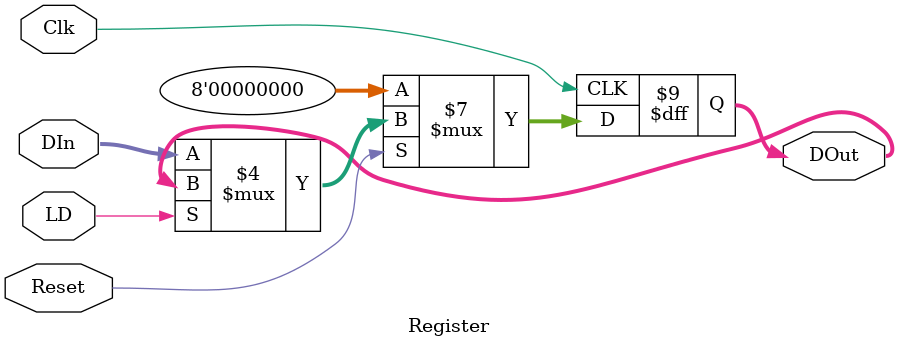
<source format=v>
`default_nettype none


module Register
#(
    parameter DataWidth = 8)
(
    input wire Clk,
    input wire Reset,                // Active Low
    input wire LD,                   // Load: Active Low
    input wire [DataWidth-1:0] DIn,  // Input
    output reg [DataWidth-1:0] DOut  // Output
);

always @(negedge Clk) begin
    if (~Reset)
        DOut <= {DataWidth{1'b0}};
    else if (~LD) begin
        `ifdef SIMULATE
            $display("%d Register Load: (%b) %h", $stime, DIn, DIn);
        `endif
        DOut <= DIn;
    end
end

endmodule

</source>
